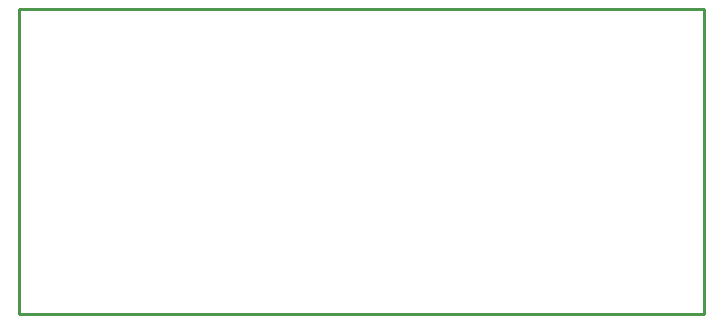
<source format=gko>
%FSLAX42Y42*%
%MOMM*%
G71*
G01*
G75*
%ADD10R,1.27X0.91*%
%ADD11R,0.91X0.91*%
%ADD12R,3.05X6.00*%
%ADD13R,0.50X2.00*%
%ADD14O,0.50X2.00*%
%ADD15R,1.25X1.25*%
%ADD16R,1.25X1.50*%
%ADD17R,1.50X1.25*%
%ADD18R,0.75X0.75*%
%ADD19R,1.30X0.90*%
%ADD20R,0.90X0.90*%
%ADD21R,0.90X1.30*%
%ADD22O,4.00X2.00*%
%ADD23R,1.25X0.90*%
%ADD24R,2.55X0.90*%
%ADD25R,0.51X1.27*%
%ADD26C,0.50*%
%ADD27C,2.00*%
%ADD28C,1.50*%
%ADD29C,0.25*%
%ADD30R,4.50X4.50*%
%ADD31R,3.35X2.00*%
%ADD32C,1.50*%
%ADD33C,2.50*%
%ADD34C,1.25*%
%ADD35C,3.50*%
%ADD36R,1.47X1.12*%
%ADD37R,1.12X1.12*%
%ADD38R,3.25X6.20*%
%ADD39R,0.70X2.20*%
%ADD40O,0.70X2.20*%
%ADD41R,1.45X1.45*%
%ADD42R,1.45X1.70*%
%ADD43R,1.70X1.45*%
%ADD44R,0.95X0.95*%
%ADD45R,1.50X1.10*%
%ADD46R,1.10X1.10*%
%ADD47R,1.10X1.50*%
%ADD48O,4.20X2.20*%
%ADD49R,1.45X1.10*%
%ADD50R,2.75X1.10*%
%ADD51R,0.71X1.47*%
%ADD52C,1.70*%
%ADD53C,2.70*%
%ADD54C,1.45*%
%ADD55C,3.70*%
%ADD56C,0.25*%
D56*
X0Y-2583D02*
X5800D01*
Y-3D01*
X0Y0D02*
X5800D01*
X0Y-2583D02*
Y0D01*
M02*

</source>
